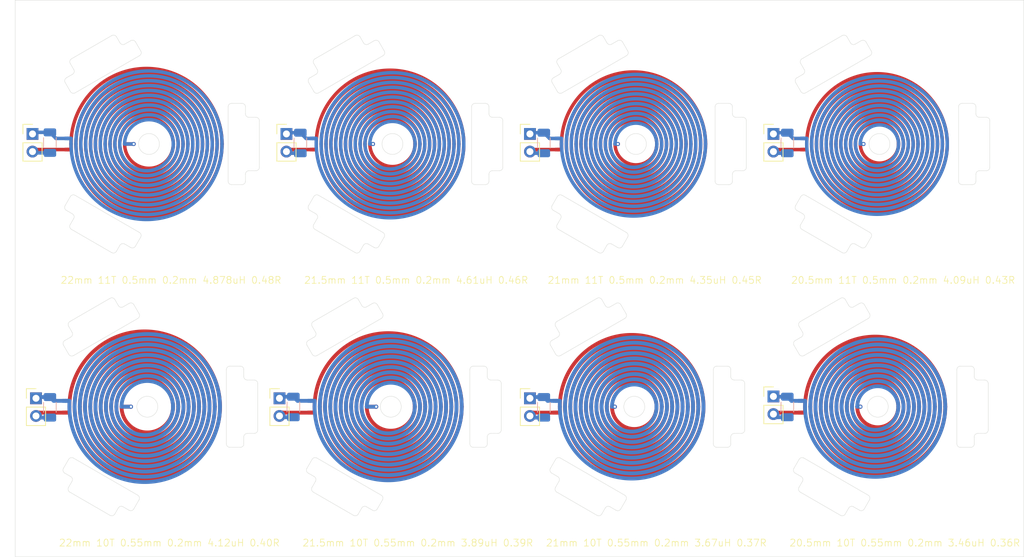
<source format=kicad_pcb>
(kicad_pcb (version 20241229) (generator "pcbnew") (generator_version "9.0")
  (layers (0 "F.Cu" signal) (2 "B.Cu" signal) (13 "F.Paste" user) (15 "B.Paste" user) (5 "F.SilkS" user "F.Silkscreen") (7 "B.SilkS" user "B.Silkscreen") (1 "F.Mask" user) (3 "B.Mask" user) (25 "Edge.Cuts" user))
  (net 0 "")
  (net 1 "Net-(J1-Pin_2)")
  (net 2 "Net-(J1-Pin_1)")
  (net 3 "Net-(J10-Pin_2)")
  (net 4 "Net-(J10-Pin_1)")
  (net 5 "Net-(J11-Pin_2)")
  (net 6 "Net-(J11-Pin_1)")
  (net 7 "Net-(J12-Pin_2)")
  (net 8 "Net-(J12-Pin_1)")
  (net 9 "Net-(J13-Pin_1)")
  (net 10 "Net-(J13-Pin_2)")
  (net 11 "Net-(J14-Pin_2)")
  (net 12 "Net-(J14-Pin_1)")
  (net 13 "Net-(J15-Pin_1)")
  (net 14 "Net-(J15-Pin_2)")
  (net 15 "Net-(J16-Pin_1)")
  (net 16 "Net-(J16-Pin_2)")
  (footprint "Connector_PinHeader_2.54mm:PinHeader_1x02_P2.54mm_Vertical" (layer "F.Cu") (at 58 129.225)
    (property "Reference" "J14" (hide yes))
    (property "Value" "Conn_01x02")
  )
  (footprint "COIL_GENERATOR" (layer "F.Cu") (at 38 168.438674 180)
    (property "Reference" "J1" (hide yes))
    (property "Value" "Conn_01x02_Socket")
  )
  (footprint "COIL_GENERATOR" (layer "F.Cu") (at 108 168.43978 180)
    (property "Reference" "J3" (hide yes))
    (property "Value" "Conn_01x02_Socket")
  )
  (footprint "COIL_GENERATOR" (layer "F.Cu") (at 73 168.438674 180)
    (property "Reference" "J2" (hide yes))
    (property "Value" "Conn_01x02_Socket")
  )
  (footprint "COIL_GENERATOR" (layer "F.Cu") (at 73.239325 130.672483 180)
    (property "Reference" "J6" (hide yes))
    (property "Value" "Conn_01x02_Socket")
  )
  (footprint "COIL_GENERATOR" (layer "F.Cu") (at 38.239325 130.672483 180)
    (property "Reference" "J5" (hide yes))
    (property "Value" "Conn_01x02_Socket")
  )
  (footprint "COIL_GENERATOR" (layer "F.Cu") (at 143 168.43978 180)
    (property "Reference" "J4" (hide yes))
    (property "Value" "Conn_01x02_Socket")
  )
  (footprint "Connector_PinHeader_2.54mm:PinHeader_1x02_P2.54mm_Vertical" (layer "F.Cu") (at 128 166.96)
    (property "Reference" "J12" (hide yes))
    (property "Value" "Conn_01x02")
  )
  (footprint "COIL_GENERATOR" (layer "F.Cu") (at 143.239325 130.673589 180)
    (property "Reference" "J8" (hide yes))
    (property "Value" "Conn_01x02_Socket")
  )
  (footprint "COIL_GENERATOR" (layer "F.Cu") (at 108.239325 130.673589 180)
    (property "Reference" "J7" (hide yes))
    (property "Value" "Conn_01x02_Socket")
  )
  (footprint "Connector_PinHeader_2.54mm:PinHeader_1x02_P2.54mm_Vertical" (layer "F.Cu") (at 93 129.225)
    (property "Reference" "J15" (hide yes))
    (property "Value" "Conn_01x02")
  )
  (footprint "Connector_PinHeader_2.54mm:PinHeader_1x02_P2.54mm_Vertical" (layer "F.Cu") (at 21.5 129.225)
    (property "Reference" "J13" (hide yes))
    (property "Value" "Conn_01x02")
  )
  (footprint "Connector_PinHeader_2.54mm:PinHeader_1x02_P2.54mm_Vertical" (layer "F.Cu") (at 57 167.225)
    (property "Reference" "J10" (hide yes))
    (property "Value" "Conn_01x02")
  )
  (footprint "Connector_PinHeader_2.54mm:PinHeader_1x02_P2.54mm_Vertical" (layer "F.Cu") (at 93 167.225)
    (property "Reference" "J11" (hide yes))
    (property "Value" "Conn_01x02")
  )
  (footprint "Connector_PinHeader_2.54mm:PinHeader_1x02_P2.54mm_Vertical" (layer "F.Cu") (at 22 167.225)
    (property "Reference" "J9" (hide yes))
    (property "Value" "Conn_01x02")
  )
  (footprint "Connector_PinHeader_2.54mm:PinHeader_1x02_P2.54mm_Vertical" (layer "F.Cu") (at 128 129.225)
    (property "Reference" "J16" (hide yes))
    (property "Value" "Conn_01x02")
  )
  (footprint "Capacitor_SMD:C_1206_3216Metric" (layer "B.Cu") (at 130 130.524999 -90)
    (property "Reference" "C8" (hide yes))
    (property "Value" "33nF 50V COG")
  )
  (footprint "Capacitor_SMD:C_1206_3216Metric" (layer "B.Cu") (at 59 168.475001 -90)
    (property "Reference" "C2" (hide yes))
    (property "Value" "33nF 50V COG")
  )
  (footprint "Capacitor_SMD:C_1206_3216Metric" (layer "B.Cu") (at 60 130.524999 -90)
    (property "Reference" "C6" (hide yes))
    (property "Value" "33nF 50V COG")
  )
  (footprint "Capacitor_SMD:C_1206_3216Metric" (layer "B.Cu") (at 24 130.475001 -90)
    (property "Reference" "C5" (hide yes))
    (property "Value" "33nF 50V COG")
  )
  (footprint "Capacitor_SMD:C_1206_3216Metric" (layer "B.Cu") (at 24 168.524999 -90)
    (property "Reference" "C1" (hide yes))
    (property "Value" "33nF 50V COG")
  )
  (footprint "Capacitor_SMD:C_1206_3216Metric" (layer "B.Cu") (at 130 168.475001 -90)
    (property "Reference" "C4" (hide yes))
    (property "Value" "33nF 50V COG")
  )
  (footprint "Capacitor_SMD:C_1206_3216Metric" (layer "B.Cu") (at 95 168.524999 -90)
    (property "Reference" "C3" (hide yes))
    (property "Value" "33nF 50V COG")
  )
  (footprint "Capacitor_SMD:C_1206_3216Metric" (layer "B.Cu") (at 95 130.524999 -90)
    (property "Reference" "C7" (hide yes))
    (property "Value" "33nF 50V COG")
  )
  (gr_line (start 105.373159 183.319563) (end 104.507272 182.819643) (stroke (width 0.05)) (layer "Edge.Cuts"))
  (gr_line (start 84.612063 136.004475) (end 84.612063 125.335983) (stroke (width 0.05)) (layer "Edge.Cuts"))
  (gr_line (start 71.802287 181.843226) (end 71.056252 183.135397) (stroke (width 0.05)) (layer "Edge.Cuts"))
  (gr_line (start 138.337232 153.035697) (end 138.833266 153.894852) (stroke (width 0.05)) (layer "Edge.Cuts"))
  (gr_line (start 26.947499 123.137122) (end 26.197595 121.838251) (stroke (width 0.05)) (layer "Edge.Cuts"))
  (gr_line (start 34.759546 116.317433) (end 35.625521 115.817463) (stroke (width 0.05)) (layer "Edge.Cuts"))
  (gr_arc (start 137.654258 152.852663) (mid 138.033636 152.802739) (end 138.337171 153.035733) (stroke (width 0.05)) (layer "Edge.Cuts"))
  (gr_arc (start 119.8727 174.278487) (mid 119.516778 174.129659) (end 119.372738 173.771772) (stroke (width 0.05)) (layer "Edge.Cuts"))
  (gr_line (start 33.576557 115.2684) (end 34.072591 116.127555) (stroke (width 0.05)) (layer "Edge.Cuts"))
  (gr_arc (start 124.112063 134.012389) (mid 123.963661 134.367861) (end 123.606558 134.512296) (stroke (width 0.05)) (layer "Edge.Cuts"))
  (gr_line (start 104.520221 154.08473) (end 105.386196 153.58476) (stroke (width 0.05)) (layer "Edge.Cuts"))
  (gr_line (start 96.380628 121.156109) (end 97.241179 120.65927) (stroke (width 0.05)) (layer "Edge.Cuts"))
  (gr_line (start 131.994049 178.481882) (end 131.128129 177.981943) (stroke (width 0.05)) (layer "Edge.Cuts"))
  (gr_line (start 121.367233 174.278487) (end 119.8727 174.278487) (stroke (width 0.05)) (layer "Edge.Cuts"))
  (gr_arc (start 61.197596 121.838251) (mid 61.147631 121.458739) (end 61.380657 121.155055) (stroke (width 0.05)) (layer "Edge.Cuts"))
  (gr_line (start 106.308604 116.001551) (end 107.058706 117.300765) (stroke (width 0.05)) (layer "Edge.Cuts"))
  (gr_arc (start 61.690288 156.872332) (mid 61.640326 156.492833) (end 61.873345 156.189161) (stroke (width 0.05)) (layer "Edge.Cuts"))
  (gr_arc (start 122.3727 164.603192) (mid 122.021647 164.459233) (end 121.872738 164.09611) (stroke (width 0.05)) (layer "Edge.Cuts"))
  (gr_line (start 97.112657 118.424053) (end 102.893583 115.086471) (stroke (width 0.05)) (layer "Edge.Cuts"))
  (gr_arc (start 87.3727 164.602086) (mid 87.021647 164.458127) (end 86.872738 164.095004) (stroke (width 0.05)) (layer "Edge.Cuts"))
  (gr_arc (start 62.099448 142.946654) (mid 61.866027 142.641272) (end 61.918268 142.260591) (stroke (width 0.05)) (layer "Edge.Cuts"))
  (gr_line (start 68.576557 115.2684) (end 69.072591 116.127555) (stroke (width 0.05)) (layer "Edge.Cuts"))
  (gr_line (start 104.759546 116.318539) (end 105.625521 115.818569) (stroke (width 0.05)) (layer "Edge.Cuts"))
  (gr_line (start 26.708174 160.903313) (end 25.95827 159.604442) (stroke (width 0.05)) (layer "Edge.Cuts"))
  (gr_arc (start 96.93437 138.233807) (mid 97.240973 138) (end 97.622785 138.053766) (stroke (width 0.05)) (layer "Edge.Cuts"))
  (gr_arc (start 87.112063 136.011283) (mid 86.963661 136.366755) (end 86.606558 136.51119) (stroke (width 0.05)) (layer "Edge.Cuts"))
  (gr_line (start 33.824088 183.001617) (end 33.324211 183.86743) (stroke (width 0.05)) (layer "Edge.Cuts"))
  (gr_line (start 51.872738 163.102086) (end 51.872738 164.095004) (stroke (width 0.05)) (layer "Edge.Cuts"))
  (gr_arc (start 61.367454 140.214646) (mid 61.13451 139.91105) (end 61.184491 139.531662) (stroke (width 0.05)) (layer "Edge.Cuts"))
  (gr_line (start 102.880369 146.285396) (end 97.099448 142.94776) (stroke (width 0.05)) (layer "Edge.Cuts"))
  (gr_line (start 69.759546 116.317433) (end 70.625521 115.817463) (stroke (width 0.05)) (layer "Edge.Cuts"))
  (gr_arc (start 97.190232 157.739369) (mid 97.240973 158.115816) (end 97.001854 158.425461) (stroke (width 0.05)) (layer "Edge.Cuts"))
  (gr_arc (start 122.112063 135.012389) (mid 122.258528 134.658792) (end 122.612125 134.512328) (stroke (width 0.05)) (layer "Edge.Cuts"))
  (gr_line (start 131.184434 139.532735) (end 131.93437 138.233807) (stroke (width 0.05)) (layer "Edge.Cuts"))
  (gr_arc (start 51.612025 124.835895) (mid 51.965574 124.982342) (end 52.112011 125.335895) (stroke (width 0.05)) (layer "Edge.Cuts"))
  (gr_arc (start 68.563536 146.101239) (mid 68.259863 146.334255) (end 67.880367 146.284293) (stroke (width 0.05)) (layer "Edge.Cuts"))
  (gr_line (start 32.880369 146.28429) (end 27.099448 142.946654) (stroke (width 0.05)) (layer "Edge.Cuts"))
  (gr_line (start 62.429557 119.972072) (end 61.929612 119.106141) (stroke (width 0.05)) (layer "Edge.Cuts"))
  (gr_arc (start 137.893583 115.086472) (mid 138.272961 115.036548) (end 138.576496 115.269542) (stroke (width 0.05)) (layer "Edge.Cuts"))
  (gr_line (start 25.945109 177.29782) (end 26.695045 175.998892) (stroke (width 0.05)) (layer "Edge.Cuts"))
  (gr_arc (start 140.386196 153.58476) (mid 140.765612 153.534809) (end 141.069218 153.767777) (stroke (width 0.05)) (layer "Edge.Cuts"))
  (gr_line (start 104.063413 145.236532) (end 103.563536 146.102345) (stroke (width 0.05)) (layer "Edge.Cuts"))
  (gr_arc (start 97.233374 140.715691) (mid 97.466383 141.019354) (end 97.416421 141.398839) (stroke (width 0.05)) (layer "Edge.Cuts"))
  (gr_arc (start 37.058705 117.299659) (mid 37.107616 117.68272) (end 36.869012 117.986284) (stroke (width 0.05)) (layer "Edge.Cuts"))
  (gr_arc (start 122.112063 136.012389) (mid 121.963661 136.367861) (end 121.606558 136.512296) (stroke (width 0.05)) (layer "Edge.Cuts"))
  (gr_line (start 124.112063 127.337001) (end 124.112063 134.012389) (stroke (width 0.05)) (layer "Edge.Cuts"))
  (gr_line (start 71.869012 117.986284) (end 62.630452 123.320169) (stroke (width 0.05)) (layer "Edge.Cuts"))
  (gr_arc (start 139.759546 116.318538) (mid 139.383911 116.369497) (end 139.072591 116.128661) (stroke (width 0.05)) (layer "Edge.Cuts"))
  (gr_arc (start 141.295577 145.370312) (mid 140.991946 145.603296) (end 140.612502 145.55334) (stroke (width 0.05)) (layer "Edge.Cuts"))
  (gr_line (start 139.759546 116.318539) (end 140.625521 115.818569) (stroke (width 0.05)) (layer "Edge.Cuts"))
  (gr_arc (start 27.391127 161.086359) (mid 27.011758 161.136277) (end 26.708241 160.903273) (stroke (width 0.05)) (layer "Edge.Cuts"))
  (gr_line (start 122.3727 164.603192) (end 123.3727 164.603192) (stroke (width 0.05)) (layer "Edge.Cuts"))
  (gr_line (start 139.063413 145.236532) (end 138.563536 146.102345) (stroke (width 0.05)) (layer "Edge.Cuts"))
  (gr_arc (start 71.862544 143.387237) (mid 72.096521 143.69464) (end 72.041612 144.077035) (stroke (width 0.05)) (layer "Edge.Cuts"))
  (gr_arc (start 131.93437 138.233807) (mid 132.240973 138) (end 132.622785 138.053766) (stroke (width 0.05)) (layer "Edge.Cuts"))
  (gr_arc (start 50.112025 136.51119) (mid 49.756103 136.362362) (end 49.612063 136.004475) (stroke (width 0.05)) (layer "Edge.Cuts"))
  (gr_line (start 138.576557 115.269506) (end 139.072591 116.128661) (stroke (width 0.05)) (layer "Edge.Cuts"))
  (gr_arc (start 84.372738 163.102174) (mid 84.522266 162.745498) (end 84.881445 162.602086) (stroke (width 0.05)) (layer "Edge.Cuts"))
  (gr_arc (start 35.625521 115.817463) (mid 36.004937 115.767512) (end 36.308543 116.00048) (stroke (width 0.05)) (layer "Edge.Cuts"))
  (gr_line (start 87.612025 126.835895) (end 88.612025 126.835895) (stroke (width 0.05)) (layer "Edge.Cuts"))
  (gr_line (start 36.069279 153.766636) (end 36.819381 155.06585) (stroke (width 0.05)) (layer "Edge.Cuts"))
  (gr_line (start 156.872738 163.103192) (end 156.872738 164.09611) (stroke (width 0.05)) (layer "Edge.Cuts"))
  (gr_line (start 36.869012 117.986284) (end 27.630452 123.320169) (stroke (width 0.05)) (layer "Edge.Cuts"))
  (gr_arc (start 106.056252 183.136503) (mid 105.752621 183.369487) (end 105.373177 183.319531) (stroke (width 0.05)) (layer "Edge.Cuts"))
  (gr_arc (start 96.690288 156.873438) (mid 96.640326 156.493939) (end 96.873345 156.190267) (stroke (width 0.05)) (layer "Edge.Cuts"))
  (gr_line (start 131.708174 160.904419) (end 130.95827 159.605548) (stroke (width 0.05)) (layer "Edge.Cuts"))
  (gr_line (start 156.872738 172.77858) (end 156.872738 173.77858) (stroke (width 0.05)) (layer "Edge.Cuts"))
  (gr_line (start 26.918268 142.260591) (end 27.416435 141.39774) (stroke (width 0.05)) (layer "Edge.Cuts"))
  (gr_arc (start 89.112063 134.011283) (mid 88.963661 134.366755) (end 88.606558 134.51119) (stroke (width 0.05)) (layer "Edge.Cuts"))
  (gr_line (start 130.945109 177.298926) (end 131.695045 175.999998) (stroke (width 0.05)) (layer "Edge.Cuts"))
  (gr_arc (start 27.233374 140.714585) (mid 27.466383 141.018248) (end 27.416421 141.397733) (stroke (width 0.05)) (layer "Edge.Cuts"))
  (gr_arc (start 61.994049 178.480776) (mid 62.227058 178.784439) (end 62.177096 179.163924) (stroke (width 0.05)) (layer "Edge.Cuts"))
  (gr_arc (start 131.690288 156.873438) (mid 131.640326 156.493939) (end 131.873345 156.190267) (stroke (width 0.05)) (layer "Edge.Cuts"))
  (gr_line (start 154.881445 162.603192) (end 156.3727 162.603192) (stroke (width 0.05)) (layer "Edge.Cuts"))
  (gr_arc (start 49.612063 125.335983) (mid 49.761591 124.979307) (end 50.12077 124.835895) (stroke (width 0.05)) (layer "Edge.Cuts"))
  (gr_arc (start 88.872738 171.777474) (mid 88.724336 172.132946) (end 88.367233 172.277381) (stroke (width 0.05)) (layer "Edge.Cuts"))
  (gr_arc (start 86.3727 162.602086) (mid 86.726249 162.748533) (end 86.872686 163.102086) (stroke (width 0.05)) (layer "Edge.Cuts"))
  (gr_line (start 154.612063 136.005581) (end 154.612063 125.337089) (stroke (width 0.05)) (layer "Edge.Cuts"))
  (gr_line (start 96.873332 156.190244) (end 102.654258 152.852662) (stroke (width 0.05)) (layer "Edge.Cuts"))
  (gr_arc (start 53.3727 164.602086) (mid 53.726249 164.748533) (end 53.872686 165.102086) (stroke (width 0.05)) (layer "Edge.Cuts"))
  (gr_line (start 158.606558 134.512296) (end 157.612125 134.512296) (stroke (width 0.05)) (layer "Edge.Cuts"))
  (gr_arc (start 96.128129 177.981943) (mid 95.895185 177.678347) (end 95.945166 177.298959) (stroke (width 0.05)) (layer "Edge.Cuts"))
  (gr_arc (start 130.958271 159.605548) (mid 130.908306 159.226036) (end 131.141332 158.922352) (stroke (width 0.05)) (layer "Edge.Cuts"))
  (gr_arc (start 106.623219 181.154534) (mid 106.857196 181.461937) (end 106.802287 181.844332) (stroke (width 0.05)) (layer "Edge.Cuts"))
  (gr_arc (start 120.112025 136.512296) (mid 119.756103 136.363468) (end 119.612063 136.005581) (stroke (width 0.05)) (layer "Edge.Cuts"))
  (gr_line (start 68.337232 153.034591) (end 68.833266 153.893746) (stroke (width 0.05)) (layer "Edge.Cuts"))
  (gr_arc (start 54.112063 134.011283) (mid 53.963661 134.366755) (end 53.606558 134.51119) (stroke (width 0.05)) (layer "Edge.Cuts"))
  (gr_arc (start 71.056252 183.135397) (mid 70.752621 183.368381) (end 70.373177 183.318425) (stroke (width 0.05)) (layer "Edge.Cuts"))
  (gr_line (start 61.141303 158.921194) (end 62.001854 158.424355) (stroke (width 0.05)) (layer "Edge.Cuts"))
  (gr_arc (start 34.520221 154.083623) (mid 34.144586 154.134582) (end 33.833266 153.893746) (stroke (width 0.05)) (layer "Edge.Cuts"))
  (gr_arc (start 87.112063 135.011283) (mid 87.258528 134.657686) (end 87.612125 134.511222) (stroke (width 0.05)) (layer "Edge.Cuts"))
  (gr_line (start 61.947499 123.137122) (end 61.197595 121.838251) (stroke (width 0.05)) (layer "Edge.Cuts"))
  (gr_line (start 26.873332 156.189138) (end 32.654258 152.851556) (stroke (width 0.05)) (layer "Edge.Cuts"))
  (gr_arc (start 51.3727 162.602086) (mid 51.726249 162.748533) (end 51.872686 163.102086) (stroke (width 0.05)) (layer "Edge.Cuts"))
  (gr_line (start 97.622785 138.053766) (end 106.862544 143.388343) (stroke (width 0.05)) (layer "Edge.Cuts"))
  (gr_line (start 62.190232 157.738263) (end 61.690287 156.872332) (stroke (width 0.05)) (layer "Edge.Cuts"))
  (gr_arc (start 141.056252 183.136503) (mid 140.752621 183.369487) (end 140.373177 183.319531) (stroke (width 0.05)) (layer "Edge.Cuts"))
  (gr_line (start 140.612484 145.553372) (end 139.746597 145.053452) (stroke (width 0.05)) (layer "Edge.Cuts"))
  (gr_arc (start 62.630452 123.320168) (mid 62.251083 123.370086) (end 61.947566 123.137082) (stroke (width 0.05)) (layer "Edge.Cuts"))
  (gr_arc (start 103.824088 183.002723) (mid 104.127761 182.769707) (end 104.507256 182.81967) (stroke (width 0.05)) (layer "Edge.Cuts"))
  (gr_arc (start 25.958271 159.604442) (mid 25.908306 159.22493) (end 26.141332 158.921246) (stroke (width 0.05)) (layer "Edge.Cuts"))
  (gr_line (start 131.141303 158.9223) (end 132.001854 158.425461) (stroke (width 0.05)) (layer "Edge.Cuts"))
  (gr_line (start 96.678943 180.027888) (end 97.17711 179.165037) (stroke (width 0.05)) (layer "Edge.Cuts"))
  (gr_line (start 122.612025 126.837001) (end 123.612025 126.837001) (stroke (width 0.05)) (layer "Edge.Cuts"))
  (gr_line (start 71.069279 153.766636) (end 71.819381 155.06585) (stroke (width 0.05)) (layer "Edge.Cuts"))
  (gr_arc (start 138.824088 183.002723) (mid 139.127761 182.769707) (end 139.507256 182.81967) (stroke (width 0.05)) (layer "Edge.Cuts"))
  (gr_line (start 131.873332 156.190244) (end 137.654258 152.852662) (stroke (width 0.05)) (layer "Edge.Cuts"))
  (gr_line (start 51.367233 174.277381) (end 49.8727 174.277381) (stroke (width 0.05)) (layer "Edge.Cuts"))
  (gr_arc (start 97.099448 142.94776) (mid 96.866027 142.642378) (end 96.918268 142.261697) (stroke (width 0.05)) (layer "Edge.Cuts"))
  (gr_line (start 27.190232 157.738263) (end 26.690287 156.872332) (stroke (width 0.05)) (layer "Edge.Cuts"))
  (gr_line (start 62.233374 140.714585) (end 61.367454 140.214646) (stroke (width 0.05)) (layer "Edge.Cuts"))
  (gr_arc (start 61.695045 175.998892) (mid 62.001648 175.765085) (end 62.38346 175.818851) (stroke (width 0.05)) (layer "Edge.Cuts"))
  (gr_line (start 54.112063 127.335895) (end 54.112063 134.011283) (stroke (width 0.05)) (layer "Edge.Cuts"))
  (gr_line (start 105.612484 145.553372) (end 104.746597 145.053452) (stroke (width 0.05)) (layer "Edge.Cuts"))
  (gr_arc (start 72.058705 117.299659) (mid 72.107616 117.68272) (end 71.869012 117.986284) (stroke (width 0.05)) (layer "Edge.Cuts"))
  (gr_circle (center 38.239325 130.672483) (end 36.739325 130.672483) (stroke (width 0.05)) (fill no) (layer "Edge.Cuts"))
  (gr_arc (start 141.81938 155.066956) (mid 141.868291 155.450017) (end 141.629687 155.753581) (stroke (width 0.05)) (layer "Edge.Cuts"))
  (gr_arc (start 61.860123 180.712845) (mid 61.626702 180.407463) (end 61.678943 180.026782) (stroke (width 0.05)) (layer "Edge.Cuts"))
  (gr_arc (start 131.994049 178.481882) (mid 132.227058 178.785545) (end 132.177096 179.16503) (stroke (width 0.05)) (layer "Edge.Cuts"))
  (gr_arc (start 49.372738 163.102174) (mid 49.522266 162.745498) (end 49.881445 162.602086) (stroke (width 0.05)) (layer "Edge.Cuts"))
  (gr_arc (start 122.612025 126.837001) (mid 122.260972 126.693042) (end 122.112063 126.329919) (stroke (width 0.05)) (layer "Edge.Cuts"))
  (gr_circle (center 108.239325 130.673589) (end 106.739325 130.673589) (stroke (width 0.05)) (fill no) (layer "Edge.Cuts"))
  (gr_arc (start 158.612025 126.837001) (mid 158.965574 126.983448) (end 159.112011 127.337001) (stroke (width 0.05)) (layer "Edge.Cuts"))
  (gr_line (start 132.112657 118.424053) (end 137.893583 115.086471) (stroke (width 0.05)) (layer "Edge.Cuts"))
  (gr_arc (start 71.295577 145.369206) (mid 70.991946 145.60219) (end 70.612502 145.552234) (stroke (width 0.05)) (layer "Edge.Cuts"))
  (gr_line (start 97.190232 157.739369) (end 96.690287 156.873438) (stroke (width 0.05)) (layer "Edge.Cuts"))
  (gr_line (start 35.612484 145.552266) (end 34.746597 145.052346) (stroke (width 0.05)) (layer "Edge.Cuts"))
  (gr_arc (start 158.3727 164.603192) (mid 158.726249 164.749639) (end 158.872686 165.103192) (stroke (width 0.05)) (layer "Edge.Cuts"))
  (gr_arc (start 51.872738 173.777474) (mid 51.724336 174.132946) (end 51.367233 174.277381) (stroke (width 0.05)) (layer "Edge.Cuts"))
  (gr_circle (center 143.239325 130.673589) (end 141.739325 130.673589) (stroke (width 0.05)) (fill no) (layer "Edge.Cuts"))
  (gr_line (start 36.308604 116.000445) (end 37.058706 117.299659) (stroke (width 0.05)) (layer "Edge.Cuts"))
  (gr_line (start 123.872738 165.103192) (end 123.872738 171.77858) (stroke (width 0.05)) (layer "Edge.Cuts"))
  (gr_line (start 50.12077 124.835895) (end 51.612025 124.835895) (stroke (width 0.05)) (layer "Edge.Cuts"))
  (gr_arc (start 121.3727 162.603192) (mid 121.726249 162.749639) (end 121.872686 163.103192) (stroke (width 0.05)) (layer "Edge.Cuts"))
  (gr_line (start 61.380628 121.155003) (end 62.241179 120.658164) (stroke (width 0.05)) (layer "Edge.Cuts"))
  (gr_arc (start 97.630452 123.321274) (mid 97.251083 123.371192) (end 96.947566 123.138188) (stroke (width 0.05)) (layer "Edge.Cuts"))
  (gr_line (start 159.112063 127.337001) (end 159.112063 134.012389) (stroke (width 0.05)) (layer "Edge.Cuts"))
  (gr_line (start 131.947499 123.138228) (end 131.197595 121.839357) (stroke (width 0.05)) (layer "Edge.Cuts"))
  (gr_line (start 53.606558 134.51119) (end 52.612125 134.51119) (stroke (width 0.05)) (layer "Edge.Cuts"))
  (gr_arc (start 68.824088 183.001617) (mid 69.127761 182.768601) (end 69.507256 182.818564) (stroke (width 0.05)) (layer "Edge.Cuts"))
  (gr_arc (start 97.391127 161.087465) (mid 97.011758 161.137383) (end 96.708241 160.904379) (stroke (width 0.05)) (layer "Edge.Cuts"))
  (gr_arc (start 131.197596 121.839357) (mid 131.147631 121.459845) (end 131.380657 121.156161) (stroke (width 0.05)) (layer "Edge.Cuts"))
  (gr_arc (start 62.190232 157.738263) (mid 62.240973 158.11471) (end 62.001854 158.424355) (stroke (width 0.05)) (layer "Edge.Cuts"))
  (gr_arc (start 26.690288 156.872332) (mid 26.640326 156.492833) (end 26.873345 156.189161) (stroke (width 0.05)) (layer "Edge.Cuts"))
  (gr_arc (start 86.872738 172.777474) (mid 87.019203 172.423877) (end 87.3728 172.277413) (stroke (width 0.05)) (layer "Edge.Cuts"))
  (gr_line (start 26.994049 178.480776) (end 26.128129 177.980837) (stroke (width 0.05)) (layer "Edge.Cuts"))
  (gr_arc (start 84.612063 125.335983) (mid 84.761591 124.979307) (end 85.12077 124.835895) (stroke (width 0.05)) (layer "Edge.Cuts"))
  (gr_line (start 132.429557 119.973178) (end 131.929612 119.107247) (stroke (width 0.05)) (layer "Edge.Cuts"))
  (gr_line (start 138.824088 183.002723) (end 138.324211 183.868536) (stroke (width 0.05)) (layer "Edge.Cuts"))
  (gr_arc (start 27.190232 157.738263) (mid 27.240973 158.11471) (end 27.001854 158.424355) (stroke (width 0.05)) (layer "Edge.Cuts"))
  (gr_line (start 26.184434 139.531629) (end 26.93437 138.232701) (stroke (width 0.05)) (layer "Edge.Cuts"))
  (gr_arc (start 106.862544 143.388343) (mid 107.096521 143.695746) (end 107.041612 144.078141) (stroke (width 0.05)) (layer "Edge.Cuts"))
  (gr_line (start 52.612025 126.835895) (end 53.612025 126.835895) (stroke (width 0.05)) (layer "Edge.Cuts"))
  (gr_arc (start 119.612063 125.337089) (mid 119.761591 124.980413) (end 120.12077 124.837001) (stroke (width 0.05)) (layer "Edge.Cuts"))
  (gr_line (start 96.141303 158.9223) (end 97.001854 158.425461) (stroke (width 0.05)) (layer "Edge.Cuts"))
  (gr_line (start 85.12077 124.835895) (end 86.612025 124.835895) (stroke (width 0.05)) (layer "Edge.Cuts"))
  (gr_arc (start 26.929613 119.106141) (mid 26.879651 118.726642) (end 27.11267 118.42297) (stroke (width 0.05)) (layer "Edge.Cuts"))
  (gr_line (start 62.622785 138.05266) (end 71.862544 143.387237) (stroke (width 0.05)) (layer "Edge.Cuts"))
  (gr_line (start 27.38346 175.818851) (end 36.623219 181.153428) (stroke (width 0.05)) (layer "Edge.Cuts"))
  (gr_arc (start 157.3727 164.603192) (mid 157.021647 164.459233) (end 156.872738 164.09611) (stroke (width 0.05)) (layer "Edge.Cuts"))
  (gr_arc (start 132.099448 142.94776) (mid 131.866027 142.642378) (end 131.918268 142.261697) (stroke (width 0.05)) (layer "Edge.Cuts"))
  (gr_arc (start 96.860123 180.713951) (mid 96.626702 180.408569) (end 96.678943 180.027888) (stroke (width 0.05)) (layer "Edge.Cuts"))
  (gr_arc (start 36.295577 145.369206) (mid 35.991946 145.60219) (end 35.612502 145.552234) (stroke (width 0.05)) (layer "Edge.Cuts"))
  (gr_line (start 97.429557 119.973178) (end 96.929612 119.107247) (stroke (width 0.05)) (layer "Edge.Cuts"))
  (gr_line (start 122.112063 135.012389) (end 122.112063 136.012389) (stroke (width 0.05)) (layer "Edge.Cuts"))
  (gr_line (start 36.802287 181.843226) (end 36.056252 183.135397) (stroke (width 0.05)) (layer "Edge.Cuts"))
  (gr_line (start 26.141303 158.921194) (end 27.001854 158.424355) (stroke (width 0.05)) (layer "Edge.Cuts"))
  (gr_line (start 132.38346 175.819957) (end 141.623219 181.154534) (stroke (width 0.05)) (layer "Edge.Cuts"))
  (gr_arc (start 103.324211 183.868536) (mid 103.020538 184.101552) (end 102.641042 184.05159) (stroke (width 0.05)) (layer "Edge.Cuts"))
  (gr_line (start 119.612063 136.005581) (end 119.612063 125.337089) (stroke (width 0.05)) (layer "Edge.Cuts"))
  (gr_arc (start 96.197596 121.839357) (mid 96.147631 121.459845) (end 96.380657 121.156161) (stroke (width 0.05)) (layer "Edge.Cuts"))
  (gr_arc (start 140.625521 115.818569) (mid 141.004937 115.768618) (end 141.308543 116.001586) (stroke (width 0.05)) (layer "Edge.Cuts"))
  (gr_arc (start 96.929613 119.107247) (mid 96.879651 118.727748) (end 97.11267 118.424076) (stroke (width 0.05)) (layer "Edge.Cuts"))
  (gr_line (start 36.629687 155.752475) (end 27.391127 161.08636) (stroke (width 0.05)) (layer "Edge.Cuts"))
  (gr_line (start 141.629687 155.753581) (end 132.391127 161.087466) (stroke (width 0.05)) (layer "Edge.Cuts"))
  (gr_line (start 84.881445 162.602086) (end 86.3727 162.602086) (stroke (width 0.05)) (layer "Edge.Cuts"))
  (gr_arc (start 84.8727 174.277381) (mid 84.516778 174.128553) (end 84.372738 173.770666) (stroke (width 0.05)) (layer "Edge.Cuts"))
  (gr_arc (start 32.654258 152.851557) (mid 33.033636 152.801633) (end 33.337171 153.034627) (stroke (width 0.05)) (layer "Edge.Cuts"))
  (gr_arc (start 156.612025 124.837001) (mid 156.965574 124.983448) (end 157.112011 125.337001) (stroke (width 0.05)) (layer "Edge.Cuts"))
  (gr_line (start 157.3727 164.603192) (end 158.3727 164.603192) (stroke (width 0.05)) (layer "Edge.Cuts"))
  (gr_arc (start 33.324211 183.86743) (mid 33.020538 184.100446) (end 32.641042 184.050484) (stroke (width 0.05)) (layer "Edge.Cuts"))
  (gr_arc (start 131.860123 180.713951) (mid 131.626702 180.408569) (end 131.678943 180.027888) (stroke (width 0.05)) (layer "Edge.Cuts"))
  (gr_arc (start 88.3727 164.602086) (mid 88.726249 164.748533) (end 88.872686 165.102086) (stroke (width 0.05)) (layer "Edge.Cuts"))
  (gr_line (start 139.520221 154.08473) (end 140.386196 153.58476) (stroke (width 0.05)) (layer "Edge.Cuts"))
  (gr_arc (start 119.372738 163.10328) (mid 119.522266 162.746604) (end 119.881445 162.603192) (stroke (width 0.05)) (layer "Edge.Cuts"))
  (gr_line (start 89.112063 127.335895) (end 89.112063 134.011283) (stroke (width 0.05)) (layer "Edge.Cuts"))
  (gr_arc (start 102.654258 152.852663) (mid 103.033636 152.802739) (end 103.337171 153.035733) (stroke (width 0.05)) (layer "Edge.Cuts"))
  (gr_line (start 103.576557 115.269506) (end 104.072591 116.128661) (stroke (width 0.05)) (layer "Edge.Cuts"))
  (gr_arc (start 97.429557 119.973178) (mid 97.480298 120.349625) (end 97.241179 120.65927) (stroke (width 0.05)) (layer "Edge.Cuts"))
  (gr_arc (start 86.872738 173.777474) (mid 86.724336 174.132946) (end 86.367233 174.277381) (stroke (width 0.05)) (layer "Edge.Cuts"))
  (gr_arc (start 27.429557 119.972072) (mid 27.480298 120.348519) (end 27.241179 120.658164) (stroke (width 0.05)) (layer "Edge.Cuts"))
  (gr_arc (start 132.429557 119.973178) (mid 132.480298 120.349625) (end 132.241179 120.65927) (stroke (width 0.05)) (layer "Edge.Cuts"))
  (gr_arc (start 107.058705 117.300765) (mid 107.107616 117.683826) (end 106.869012 117.98739) (stroke (width 0.05)) (layer "Edge.Cuts"))
  (gr_line (start 51.872738 172.777474) (end 51.872738 173.777474) (stroke (width 0.05)) (layer "Edge.Cuts"))
  (gr_arc (start 155.112025 136.512296) (mid 154.756103 136.363468) (end 154.612063 136.005581) (stroke (width 0.05)) (layer "Edge.Cuts"))
  (gr_arc (start 141.862544 143.388343) (mid 142.096521 143.695746) (end 142.041612 144.078141) (stroke (width 0.05)) (layer "Edge.Cuts"))
  (gr_arc (start 105.625521 115.818569) (mid 106.004937 115.768618) (end 106.308543 116.001586) (stroke (width 0.05)) (layer "Edge.Cuts"))
  (gr_line (start 121.872738 163.103192) (end 121.872738 164.09611) (stroke (width 0.05)) (layer "Edge.Cuts"))
  (gr_line (start 96.184434 139.532735) (end 96.93437 138.233807) (stroke (width 0.05)) (layer "Edge.Cuts"))
  (gr_arc (start 96.994049 178.481882) (mid 97.227058 178.785545) (end 97.177096 179.16503) (stroke (width 0.05)) (layer "Edge.Cuts"))
  (gr_arc (start 158.872738 171.77858) (mid 158.724336 172.134052) (end 158.367233 172.278487) (stroke (width 0.05)) (layer "Edge.Cuts"))
  (gr_line (start 34.520221 154.083624) (end 35.386196 153.583654) (stroke (width 0.05)) (layer "Edge.Cuts"))
  (gr_line (start 140.373159 183.319563) (end 139.507272 182.819643) (stroke (width 0.05)) (layer "Edge.Cuts"))
  (gr_arc (start 27.630452 123.320168) (mid 27.251083 123.370086) (end 26.947566 123.137082) (stroke (width 0.05)) (layer "Edge.Cuts"))
  (gr_arc (start 141.623219 181.154534) (mid 141.857196 181.461937) (end 141.802287 181.844332) (stroke (width 0.05)) (layer "Edge.Cuts"))
  (gr_arc (start 52.3727 164.602086) (mid 52.021647 164.458127) (end 51.872738 164.095004) (stroke (width 0.05)) (layer "Edge.Cuts"))
  (gr_line (start 157.112063 125.337001) (end 157.112063 126.329919) (stroke (width 0.05)) (layer "Edge.Cuts"))
  (gr_line (start 103.824088 183.002723) (end 103.324211 183.868536) (stroke (width 0.05)) (layer "Edge.Cuts"))
  (gr_arc (start 123.612025 126.837001) (mid 123.965574 126.983448) (end 124.112011 127.337001) (stroke (width 0.05)) (layer "Edge.Cuts"))
  (gr_line (start 71.629687 155.752475) (end 62.391127 161.08636) (stroke (width 0.05)) (layer "Edge.Cuts"))
  (gr_line (start 69.063413 145.235426) (end 68.563536 146.101239) (stroke (width 0.05)) (layer "Edge.Cuts"))
  (gr_arc (start 104.520221 154.084729) (mid 104.144586 154.135688) (end 103.833266 153.894852) (stroke (width 0.05)) (layer "Edge.Cuts"))
  (gr_arc (start 61.93437 138.232701) (mid 62.240973 137.998894) (end 62.622785 138.05266) (stroke (width 0.05)) (layer "Edge.Cuts"))
  (gr_line (start 49.612063 136.004475) (end 49.612063 125.335983) (stroke (width 0.05)) (layer "Edge.Cuts"))
  (gr_line (start 155.12077 124.837001) (end 156.612025 124.837001) (stroke (width 0.05)) (layer "Edge.Cuts"))
  (gr_line (start 27.622785 138.05266) (end 36.862544 143.387237) (stroke (width 0.05)) (layer "Edge.Cuts"))
  (gr_line (start 107.041612 144.078141) (end 106.295577 145.370312) (stroke (width 0.05)) (layer "Edge.Cuts"))
  (gr_arc (start 156.872738 173.77858) (mid 156.724336 174.134052) (end 156.367233 174.278487) (stroke (width 0.05)) (layer "Edge.Cuts"))
  (gr_line (start 49.881445 162.602086) (end 51.3727 162.602086) (stroke (width 0.05)) (layer "Edge.Cuts"))
  (gr_line (start 154.372738 173.771772) (end 154.372738 163.10328) (stroke (width 0.05)) (layer "Edge.Cuts"))
  (gr_arc (start 85.112025 136.51119) (mid 84.756103 136.362362) (end 84.612063 136.004475) (stroke (width 0.05)) (layer "Edge.Cuts"))
  (gr_line (start 132.190232 157.739369) (end 131.690287 156.873438) (stroke (width 0.05)) (layer "Edge.Cuts"))
  (gr_arc (start 154.612063 125.337089) (mid 154.761591 124.980413) (end 155.12077 124.837001) (stroke (width 0.05)) (layer "Edge.Cuts"))
  (gr_line (start 87.112063 125.335895) (end 87.112063 126.328813) (stroke (width 0.05)) (layer "Edge.Cuts"))
  (gr_arc (start 104.063413 145.236532) (mid 104.367086 145.003516) (end 104.746581 145.053479) (stroke (width 0.05)) (layer "Edge.Cuts"))
  (gr_line (start 52.3727 164.602086) (end 53.3727 164.602086) (stroke (width 0.05)) (layer "Edge.Cuts"))
  (gr_line (start 32.641044 184.050481) (end 26.860123 180.712845) (stroke (width 0.05)) (layer "Edge.Cuts"))
  (gr_line (start 61.708174 160.903313) (end 60.95827 159.604442) (stroke (width 0.05)) (layer "Edge.Cuts"))
  (gr_arc (start 154.372738 163.10328) (mid 154.522266 162.746604) (end 154.881445 162.603192) (stroke (width 0.05)) (layer "Edge.Cuts"))
  (gr_arc (start 95.958271 159.605548) (mid 95.908306 159.226036) (end 96.141332 158.922352) (stroke (width 0.05)) (layer "Edge.Cuts"))
  (gr_line (start 96.708174 160.904419) (end 95.95827 159.605548) (stroke (width 0.05)) (layer "Edge.Cuts"))
  (gr_arc (start 132.190232 157.739369) (mid 132.240973 158.115816) (end 132.001854 158.425461) (stroke (width 0.05)) (layer "Edge.Cuts"))
  (gr_circle (center 38 168.438674) (end 36.5 168.438674) (stroke (width 0.05)) (fill no) (layer "Edge.Cuts"))
  (gr_arc (start 131.695045 175.999998) (mid 132.001648 175.766191) (end 132.38346 175.819957) (stroke (width 0.05)) (layer "Edge.Cuts"))
  (gr_arc (start 36.056252 183.135397) (mid 35.752621 183.368381) (end 35.373177 183.318425) (stroke (width 0.05)) (layer "Edge.Cuts"))
  (gr_line (start 86.872738 163.102086) (end 86.872738 164.095004) (stroke (width 0.05)) (layer "Edge.Cuts"))
  (gr_arc (start 121.612025 124.837001) (mid 121.965574 124.983448) (end 122.112011 125.337001) (stroke (width 0.05)) (layer "Edge.Cuts"))
  (gr_line (start 131.678943 180.027888) (end 132.17711 179.165037) (stroke (width 0.05)) (layer "Edge.Cuts"))
  (gr_line (start 96.994049 178.481882) (end 96.128129 177.981943) (stroke (width 0.05)) (layer "Edge.Cuts"))
  (gr_line (start 87.3727 164.602086) (end 88.3727 164.602086) (stroke (width 0.05)) (layer "Edge.Cuts"))
  (gr_arc (start 123.3727 164.603192) (mid 123.726249 164.749639) (end 123.872686 165.103192) (stroke (width 0.05)) (layer "Edge.Cuts"))
  (gr_arc (start 88.612025 126.835895) (mid 88.965574 126.982342) (end 89.112011 127.335895) (stroke (width 0.05)) (layer "Edge.Cuts"))
  (gr_circle (center 73 168.438674) (end 71.5 168.438674) (stroke (width 0.05)) (fill no) (layer "Edge.Cuts"))
  (gr_line (start 106.869012 117.98739) (end 97.630452 123.321275) (stroke (width 0.05)) (layer "Edge.Cuts"))
  (gr_arc (start 70.386196 153.583654) (mid 70.765612 153.533703) (end 71.069218 153.766671) (stroke (width 0.05)) (layer "Edge.Cuts"))
  (gr_arc (start 26.93437 138.232701) (mid 27.240973 137.998894) (end 27.622785 138.05266) (stroke (width 0.05)) (layer "Edge.Cuts"))
  (gr_arc (start 121.872738 173.77858) (mid 121.724336 174.134052) (end 121.367233 174.278487) (stroke (width 0.05)) (layer "Edge.Cuts"))
  (gr_line (start 86.367233 174.277381) (end 84.8727 174.277381) (stroke (width 0.05)) (layer "Edge.Cuts"))
  (gr_line (start 96.947499 123.138228) (end 96.197595 121.839357) (stroke (width 0.05)) (layer "Edge.Cuts"))
  (gr_arc (start 26.860123 180.712845) (mid 26.626702 180.407463) (end 26.678943 180.026782) (stroke (width 0.05)) (layer "Edge.Cuts"))
  (gr_arc (start 106.81938 155.066956) (mid 106.868291 155.450017) (end 106.629687 155.753581) (stroke (width 0.05)) (layer "Edge.Cuts"))
  (gr_arc (start 62.233374 140.714585) (mid 62.466383 141.018248) (end 62.416421 141.397733) (stroke (width 0.05)) (layer "Edge.Cuts"))
  (gr_line (start 70.612484 145.552266) (end 69.746597 145.052346) (stroke (width 0.05)) (layer "Edge.Cuts"))
  (gr_line (start 27.429557 119.972072) (end 26.929612 119.106141) (stroke (width 0.05)) (layer "Edge.Cuts"))
  (gr_arc (start 87.612025 126.835895) (mid 87.260972 126.691936) (end 87.112063 126.328813) (stroke (width 0.05)) (layer "Edge.Cuts"))
  (gr_arc (start 131.929613 119.107247) (mid 131.879651 118.727748) (end 132.11267 118.424076) (stroke (width 0.05)) (layer "Edge.Cuts"))
  (gr_line (start 34.063413 145.235426) (end 33.563536 146.101239) (stroke (width 0.05)) (layer "Edge.Cuts"))
  (gr_arc (start 61.128129 177.980837) (mid 60.895185 177.677241) (end 60.945166 177.297853) (stroke (width 0.05)) (layer "Edge.Cuts"))
  (gr_line (start 53.872738 165.102086) (end 53.872738 171.777474) (stroke (width 0.05)) (layer "Edge.Cuts"))
  (gr_line (start 121.872738 172.77858) (end 121.872738 173.77858) (stroke (width 0.05)) (layer "Edge.Cuts"))
  (gr_line (start 141.802287 181.844332) (end 141.056252 183.136503) (stroke (width 0.05)) (layer "Edge.Cuts"))
  (gr_line (start 102.641044 184.051587) (end 96.860123 180.713951) (stroke (width 0.05)) (layer "Edge.Cuts"))
  (gr_line (start 27.233374 140.714585) (end 26.367454 140.214646) (stroke (width 0.05)) (layer "Edge.Cuts"))
  (gr_line (start 156.367233 174.278487) (end 154.8727 174.278487) (stroke (width 0.05)) (layer "Edge.Cuts"))
  (gr_line (start 142.041612 144.078141) (end 141.295577 145.370312) (stroke (width 0.05)) (layer "Edge.Cuts"))
  (gr_line (start 131.918268 142.261697) (end 132.416435 141.398846) (stroke (width 0.05)) (layer "Edge.Cuts"))
  (gr_line (start 60.945109 177.29782) (end 61.695045 175.998892) (stroke (width 0.05)) (layer "Edge.Cuts"))
  (gr_line (start 86.872738 172.777474) (end 86.872738 173.777474) (stroke (width 0.05)) (layer "Edge.Cuts"))
  (gr_line (start 70.373159 183.318457) (end 69.507272 182.818537) (stroke (width 0.05)) (layer "Edge.Cuts"))
  (gr_line (start 27.112657 118.422947) (end 32.893583 115.085365) (stroke (width 0.05)) (layer "Edge.Cuts"))
  (gr_arc (start 105.386196 153.58476) (mid 105.765612 153.534809) (end 106.069218 153.767777) (stroke (width 0.05)) (layer "Edge.Cuts"))
  (gr_line (start 158.367233 172.278487) (end 157.3728 172.278487) (stroke (width 0.05)) (layer "Edge.Cuts"))
  (gr_arc (start 26.128129 177.980837) (mid 25.895185 177.677241) (end 25.945166 177.297853) (stroke (width 0.05)) (layer "Edge.Cuts"))
  (gr_line (start 88.872738 165.102086) (end 88.872738 171.777474) (stroke (width 0.05)) (layer "Edge.Cuts"))
  (gr_line (start 37.041612 144.077035) (end 36.295577 145.369206) (stroke (width 0.05)) (layer "Edge.Cuts"))
  (gr_arc (start 36.862544 143.387237) (mid 37.096521 143.69464) (end 37.041612 144.077035) (stroke (width 0.05)) (layer "Edge.Cuts"))
  (gr_line (start 61.184434 139.531629) (end 61.93437 138.232701) (stroke (width 0.05)) (layer "Edge.Cuts"))
  (gr_line (start 61.918268 142.260591) (end 62.416435 141.39774) (stroke (width 0.05)) (layer "Edge.Cuts"))
  (gr_line (start 141.069279 153.767742) (end 141.819381 155.066956) (stroke (width 0.05)) (layer "Edge.Cuts"))
  (gr_arc (start 138.563536 146.102345) (mid 138.259863 146.335361) (end 137.880367 146.285399) (stroke (width 0.05)) (layer "Edge.Cuts"))
  (gr_arc (start 138.324211 183.868536) (mid 138.020538 184.101552) (end 137.641042 184.05159) (stroke (width 0.05)) (layer "Edge.Cuts"))
  (gr_line (start 132.622785 138.053766) (end 141.862544 143.388343) (stroke (width 0.05)) (layer "Edge.Cuts"))
  (gr_line (start 157.612025 126.837001) (end 158.612025 126.837001) (stroke (width 0.05)) (layer "Edge.Cuts"))
  (gr_line (start 62.112657 118.422947) (end 67.893583 115.085365) (stroke (width 0.05)) (layer "Edge.Cuts"))
  (gr_arc (start 139.520221 154.084729) (mid 139.144586 154.135688) (end 138.833266 153.894852) (stroke (width 0.05)) (layer "Edge.Cuts"))
  (gr_line (start 137.880369 146.285396) (end 132.099448 142.94776) (stroke (width 0.05)) (layer "Edge.Cuts"))
  (gr_line (start 132.233374 140.715691) (end 131.367454 140.215752) (stroke (width 0.05)) (layer "Edge.Cuts"))
  (gr_line (start 141.308604 116.001551) (end 142.058706 117.300765) (stroke (width 0.05)) (layer "Edge.Cuts"))
  (gr_arc (start 26.197596 121.838251) (mid 26.147631 121.458739) (end 26.380657 121.155055) (stroke (width 0.05)) (layer "Edge.Cuts"))
  (gr_line (start 157.112063 135.012389) (end 157.112063 136.012389) (stroke (width 0.05)) (layer "Edge.Cuts"))
  (gr_line (start 97.233374 140.715691) (end 96.367454 140.215752) (stroke (width 0.05)) (layer "Edge.Cuts"))
  (gr_arc (start 96.695045 175.999998) (mid 97.001648 175.766191) (end 97.38346 175.819957) (stroke (width 0.05)) (layer "Edge.Cuts"))
  (gr_arc (start 102.893583 115.086472) (mid 103.272961 115.036548) (end 103.576496 115.269542) (stroke (width 0.05)) (layer "Edge.Cuts"))
  (gr_arc (start 34.759546 116.317432) (mid 34.383911 116.368391) (end 34.072591 116.127555) (stroke (width 0.05)) (layer "Edge.Cuts"))
  (gr_arc (start 132.630452 123.321274) (mid 132.251083 123.371192) (end 131.947566 123.138188) (stroke (width 0.05)) (layer "Edge.Cuts"))
  (gr_line (start 84.372738 173.770666) (end 84.372738 163.102174) (stroke (width 0.05)) (layer "Edge.Cuts"))
  (gr_arc (start 60.958271 159.604442) (mid 60.908306 159.22493) (end 61.141332 158.921246) (stroke (width 0.05)) (layer "Edge.Cuts"))
  (gr_arc (start 103.563536 146.102345) (mid 103.259863 146.335361) (end 102.880367 146.285399) (stroke (width 0.05)) (layer "Edge.Cuts"))
  (gr_arc (start 53.612025 126.835895) (mid 53.965574 126.982342) (end 54.112011 127.335895) (stroke (width 0.05)) (layer "Edge.Cuts"))
  (gr_line (start 137.641044 184.051587) (end 131.860123 180.713951) (stroke (width 0.05)) (layer "Edge.Cuts"))
  (gr_line (start 106.802287 181.844332) (end 106.056252 183.136503) (stroke (width 0.05)) (layer "Edge.Cuts"))
  (gr_arc (start 68.324211 183.86743) (mid 68.020538 184.100446) (end 67.641042 184.050484) (stroke (width 0.05)) (layer "Edge.Cuts"))
  (gr_arc (start 156.872738 172.77858) (mid 157.019203 172.424983) (end 157.3728 172.278519) (stroke (width 0.05)) (layer "Edge.Cuts"))
  (gr_arc (start 159.112063 134.012389) (mid 158.963661 134.367861) (end 158.606558 134.512296) (stroke (width 0.05)) (layer "Edge.Cuts"))
  (gr_arc (start 33.563536 146.101239) (mid 33.259863 146.334255) (end 32.880367 146.284293) (stroke (width 0.05)) (layer "Edge.Cuts"))
  (gr_arc (start 26.695045 175.998892) (mid 27.001648 175.765085) (end 27.38346 175.818851) (stroke (width 0.05)) (layer "Edge.Cuts"))
  (gr_line (start 86.606558 136.51119) (end 85.112025 136.51119) (stroke (width 0.05)) (layer "Edge.Cuts"))
  (gr_arc (start 52.112063 136.011283) (mid 51.963661 136.366755) (end 51.606558 136.51119) (stroke (width 0.05)) (layer "Edge.Cuts"))
  (gr_arc (start 26.994049 178.480776) (mid 27.227058 178.784439) (end 27.177096 179.163924) (stroke (width 0.05)) (layer "Edge.Cuts"))
  (gr_arc (start 36.623219 181.153428) (mid 36.857196 181.460831) (end 36.802287 181.843226) (stroke (width 0.05)) (layer "Edge.Cuts"))
  (gr_line (start 123.367233 172.278487) (end 122.3728 172.278487) (stroke (width 0.05)) (layer "Edge.Cuts"))
  (gr_arc (start 156.3727 162.603192) (mid 156.726249 162.749639) (end 156.872686 163.103192) (stroke (width 0.05)) (layer "Edge.Cuts"))
  (gr_arc (start 139.063413 145.236532) (mid 139.367086 145.003516) (end 139.746581 145.053479) (stroke (width 0.05)) (layer "Edge.Cuts"))
  (gr_arc (start 131.367454 140.215752) (mid 131.13451 139.912156) (end 131.184491 139.532768) (stroke (width 0.05)) (layer "Edge.Cuts"))
  (gr_circle (center 73.239325 130.672483) (end 71.739325 130.672483) (stroke (width 0.05)) (fill no) (layer "Edge.Cuts"))
  (gr_line (start 121.606558 136.512296) (end 120.112025 136.512296) (stroke (width 0.05)) (layer "Edge.Cuts"))
  (gr_arc (start 132.391127 161.087465) (mid 132.011758 161.137383) (end 131.708241 160.904379) (stroke (width 0.05)) (layer "Edge.Cuts"))
  (gr_line (start 52.112063 135.011283) (end 52.112063 136.011283) (stroke (width 0.05)) (layer "Edge.Cuts"))
  (gr_arc (start 71.623219 181.153428) (mid 71.857196 181.460831) (end 71.802287 181.843226) (stroke (width 0.05)) (layer "Edge.Cuts"))
  (gr_arc (start 32.893583 115.085366) (mid 33.272961 115.035442) (end 33.576496 115.268436) (stroke (width 0.05)) (layer "Edge.Cuts"))
  (gr_line (start 88.367233 172.277381) (end 87.3728 172.277381) (stroke (width 0.05)) (layer "Edge.Cuts"))
  (gr_line (start 156.606558 136.512296) (end 155.112025 136.512296) (stroke (width 0.05)) (layer "Edge.Cuts"))
  (gr_arc (start 62.391127 161.086359) (mid 62.011758 161.136277) (end 61.708241 160.903273) (stroke (width 0.05)) (layer "Edge.Cuts"))
  (gr_line (start 88.606558 134.51119) (end 87.612125 134.51119) (stroke (width 0.05)) (layer "Edge.Cuts"))
  (gr_line (start 120.12077 124.837001) (end 121.612025 124.837001) (stroke (width 0.05)) (layer "Edge.Cuts"))
  (gr_line (start 68.824088 183.001617) (end 68.324211 183.86743) (stroke (width 0.05)) (layer "Edge.Cuts"))
  (gr_line (start 67.880369 146.28429) (end 62.099448 142.946654) (stroke (width 0.05)) (layer "Edge.Cuts"))
  (gr_arc (start 70.625521 115.817463) (mid 71.004937 115.767512) (end 71.308543 116.00048) (stroke (width 0.05)) (layer "Edge.Cuts"))
  (gr_rect (start 19 110) (end 164 190) (stroke (width 0.05)) (fill no) (layer "Edge.Cuts"))
  (gr_arc (start 123.872738 171.77858) (mid 123.724336 172.134052) (end 123.367233 172.278487) (stroke (width 0.05)) (layer "Edge.Cuts"))
  (gr_arc (start 53.872738 171.777474) (mid 53.724336 172.132946) (end 53.367233 172.277381) (stroke (width 0.05)) (layer "Edge.Cuts"))
  (gr_line (start 61.873332 156.189138) (end 67.654258 152.851556) (stroke (width 0.05)) (layer "Edge.Cuts"))
  (gr_arc (start 26.367454 140.214646) (mid 26.13451 139.91105) (end 26.184491 139.531662) (stroke (width 0.05)) (layer "Edge.Cuts"))
  (gr_arc (start 132.233374 140.715691) (mid 132.466383 141.019354) (end 132.416421 141.398839) (stroke (width 0.05)) (layer "Edge.Cuts"))
  (gr_arc (start 35.386196 153.583654) (mid 35.765612 153.533703) (end 36.069218 153.766671) (stroke (width 0.05)) (layer "Edge.Cuts"))
  (gr_arc (start 121.872738 172.77858) (mid 122.019203 172.424983) (end 122.3728 172.278519) (stroke (width 0.05)) (layer "Edge.Cuts"))
  (gr_arc (start 52.112063 135.011283) (mid 52.258528 134.657686) (end 52.612125 134.511222) (stroke (width 0.05)) (layer "Edge.Cuts"))
  (gr_arc (start 67.654258 152.851557) (mid 68.033636 152.801633) (end 68.337171 153.034627) (stroke (width 0.05)) (layer "Edge.Cuts"))
  (gr_arc (start 142.058705 117.300765) (mid 142.107616 117.683826) (end 141.869012 117.98739) (stroke (width 0.05)) (layer "Edge.Cuts"))
  (gr_arc (start 61.929613 119.106141) (mid 61.879651 118.726642) (end 62.11267 118.42297) (stroke (width 0.05)) (layer "Edge.Cuts"))
  (gr_arc (start 52.612025 126.835895) (mid 52.260972 126.691936) (end 52.112063 126.328813) (stroke (width 0.05)) (layer "Edge.Cuts"))
  (gr_arc (start 157.112063 135.012389) (mid 157.258528 134.658792) (end 157.612125 134.512328) (stroke (width 0.05)) (layer "Edge.Cuts"))
  (gr_line (start 67.641044 184.050481) (end 61.860123 180.712845) (stroke (width 0.05)) (layer "Edge.Cuts"))
  (gr_line (start 96.918268 142.261697) (end 97.416435 141.398846) (stroke (width 0.05)) (layer "Edge.Cuts"))
  (gr_arc (start 36.81938 155.06585) (mid 36.868291 155.448911) (end 36.629687 155.752475) (stroke (width 0.05)) (layer "Edge.Cuts"))
  (gr_line (start 33.337232 153.034591) (end 33.833266 153.893746) (stroke (width 0.05)) (layer "Edge.Cuts"))
  (gr_line (start 71.308604 116.000445) (end 72.058706 117.299659) (stroke (width 0.05)) (layer "Edge.Cuts"))
  (gr_arc (start 71.81938 155.06585) (mid 71.868291 155.448911) (end 71.629687 155.752475) (stroke (width 0.05)) (layer "Edge.Cuts"))
  (gr_arc (start 33.824088 183.001617) (mid 34.127761 182.768601) (end 34.507256 182.818564) (stroke (width 0.05)) (layer "Edge.Cuts"))
  (gr_line (start 119.372738 173.771772) (end 119.372738 163.10328) (stroke (width 0.05)) (layer "Edge.Cuts"))
  (gr_arc (start 86.612025 124.835895) (mid 86.965574 124.982342) (end 87.112011 125.335895) (stroke (width 0.05)) (layer "Edge.Cuts"))
  (gr_line (start 61.994049 178.480776) (end 61.128129 177.980837) (stroke (width 0.05)) (layer "Edge.Cuts"))
  (gr_line (start 97.38346 175.819957) (end 106.623219 181.154534) (stroke (width 0.05)) (layer "Edge.Cuts"))
  (gr_line (start 123.606558 134.512296) (end 122.612125 134.512296) (stroke (width 0.05)) (layer "Edge.Cuts"))
  (gr_arc (start 69.520221 154.083623) (mid 69.144586 154.134582) (end 68.833266 153.893746) (stroke (width 0.05)) (layer "Edge.Cuts"))
  (gr_line (start 119.881445 162.603192) (end 121.3727 162.603192) (stroke (width 0.05)) (layer "Edge.Cuts"))
  (gr_line (start 87.112063 135.011283) (end 87.112063 136.011283) (stroke (width 0.05)) (layer "Edge.Cuts"))
  (gr_line (start 49.372738 173.770666) (end 49.372738 163.102174) (stroke (width 0.05)) (layer "Edge.Cuts"))
  (gr_line (start 131.380628 121.156109) (end 132.241179 120.65927) (stroke (width 0.05)) (layer "Edge.Cuts"))
  (gr_arc (start 69.759546 116.317432) (mid 69.383911 116.368391) (end 69.072591 116.127555) (stroke (width 0.05)) (layer "Edge.Cuts"))
  (gr_arc (start 154.8727 174.278487) (mid 154.516778 174.129659) (end 154.372738 173.771772) (stroke (width 0.05)) (layer "Edge.Cuts"))
  (gr_arc (start 62.429557 119.972072) (mid 62.480298 120.348519) (end 62.241179 120.658164) (stroke (width 0.05)) (layer "Edge.Cuts"))
  (gr_arc (start 157.612025 126.837001) (mid 157.260972 126.693042) (end 157.112063 126.329919) (stroke (width 0.05)) (layer "Edge.Cuts"))
  (gr_line (start 51.606558 136.51119) (end 50.112025 136.51119) (stroke (width 0.05)) (layer "Edge.Cuts"))
  (gr_arc (start 51.872738 172.777474) (mid 52.019203 172.423877) (end 52.3728 172.277413) (stroke (width 0.05)) (layer "Edge.Cuts"))
  (gr_line (start 106.069279 153.767742) (end 106.819381 155.066956) (stroke (width 0.05)) (layer "Edge.Cuts"))
  (gr_arc (start 96.367454 140.215752) (mid 96.13451 139.912156) (end 96.184491 139.532768) (stroke (width 0.05)) (layer "Edge.Cuts"))
  (gr_line (start 158.872738 165.103192) (end 158.872738 171.77858) (stroke (width 0.05)) (layer "Edge.Cuts"))
  (gr_arc (start 34.063413 145.235426) (mid 34.367086 145.00241) (end 34.746581 145.052373) (stroke (width 0.05)) (layer "Edge.Cuts"))
  (gr_line (start 69.520221 154.083624) (end 70.386196 153.583654) (stroke (width 0.05)) (layer "Edge.Cuts"))
  (gr_arc (start 104.759546 116.318538) (mid 104.383911 116.369497) (end 104.072591 116.128661) (stroke (width 0.05)) (layer "Edge.Cuts"))
  (gr_line (start 62.38346 175.818851) (end 71.623219 181.153428) (stroke (width 0.05)) (layer "Edge.Cuts"))
  (gr_arc (start 106.295577 145.370312) (mid 105.991946 145.603296) (end 105.612502 145.55334) (stroke (width 0.05)) (layer "Edge.Cuts"))
  (gr_line (start 26.678943 180.026782) (end 27.17711 179.163931) (stroke (width 0.05)) (layer "Edge.Cuts"))
  (gr_arc (start 67.893583 115.085366) (mid 68.272961 115.035442) (end 68.576496 115.268436) (stroke (width 0.05)) (layer "Edge.Cuts"))
  (gr_line (start 35.373159 183.318457) (end 34.507272 182.818537) (stroke (width 0.05)) (layer "Edge.Cuts"))
  (gr_arc (start 49.8727 174.277381) (mid 49.516778 174.128553) (end 49.372738 173.770666) (stroke (width 0.05)) (layer "Edge.Cuts"))
  (gr_line (start 106.629687 155.753581) (end 97.391127 161.087466) (stroke (width 0.05)) (layer "Edge.Cuts"))
  (gr_circle (center 143 168.43978) (end 141.5 168.43978) (stroke (width 0.05)) (fill no) (layer "Edge.Cuts"))
  (gr_line (start 61.678943 180.026782) (end 62.17711 179.163931) (stroke (width 0.05)) (layer "Edge.Cuts"))
  (gr_arc (start 27.099448 142.946654) (mid 26.866027 142.641272) (end 26.918268 142.260591) (stroke (width 0.05)) (layer "Edge.Cuts"))
  (gr_arc (start 69.063413 145.235426) (mid 69.367086 145.00241) (end 69.746581 145.052373) (stroke (width 0.05)) (layer "Edge.Cuts"))
  (gr_line (start 26.380628 121.155003) (end 27.241179 120.658164) (stroke (width 0.05)) (layer "Edge.Cuts"))
  (gr_line (start 53.367233 172.277381) (end 52.3728 172.277381) (stroke (width 0.05)) (layer "Edge.Cuts"))
  (gr_line (start 141.869012 117.98739) (end 132.630452 123.321275) (stroke (width 0.05)) (layer "Edge.Cuts"))
  (gr_line (start 72.041612 144.077035) (end 71.295577 145.369206) (stroke (width 0.05)) (layer "Edge.Cuts"))
  (gr_line (start 103.337232 153.035697) (end 103.833266 153.894852) (stroke (width 0.05)) (layer "Edge.Cuts"))
  (gr_arc (start 131.128129 177.981943) (mid 130.895185 177.678347) (end 130.945166 177.298959) (stroke (width 0.05)) (layer "Edge.Cuts"))
  (gr_line (start 52.112063 125.335895) (end 52.112063 126.328813) (stroke (width 0.05)) (layer "Edge.Cuts"))
  (gr_arc (start 157.112063 136.012389) (mid 156.963661 136.367861) (end 156.606558 136.512296) (stroke (width 0.05)) (layer "Edge.Cuts"))
  (gr_line (start 95.945109 177.298926) (end 96.695045 175.999998) (stroke (width 0.05)) (layer "Edge.Cuts"))
  (gr_circle (center 108 168.43978) (end 106.5 168.43978) (stroke (width 0.05)) (fill no) (layer "Edge.Cuts"))
  (gr_line (start 122.112063 125.337001) (end 122.112063 126.329919) (stroke (width 0.05)) (layer "Edge.Cuts"))
  (gr_text "22mm 11T 0.5mm 0.2mm 4.878uH 0.48R" (at 25.487063 150.833809 0) (layer "F.SilkS") (effects (font (size 1 1) (thickness 0.1)) (justify left bottom)))
  (gr_text "21mm 11T 0.5mm 0.2mm 4.35uH 0.45R" (at 95.487063 150.834915 0) (layer "F.SilkS") (effects (font (size 1 1) (thickness 0.1)) (justify left bottom)))
  (gr_text "21.5mm 11T 0.5mm 0.2mm 4.61uH 0.46R" (at 60.487063 150.833809 0) (layer "F.SilkS") (effects (font (size 1 1) (thickness 0.1)) (justify left bottom)))
  (gr_text "20.5mm 10T 0.55mm 0.2mm 3.46uH 0.36R" (at 130.247738 188.601106 0) (layer "F.SilkS") (effects (font (size 1 1) (thickness 0.1)) (justify left bottom)))
  (gr_text "21.5mm 10T 0.55mm 0.2mm 3.89uH 0.39R" (at 60.247738 188.6 0) (layer "F.SilkS") (effects (font (size 1 1) (thickness 0.1)) (justify left bottom)))
  (gr_text "21mm 10T 0.55mm 0.2mm 3.67uH 0.37R" (at 95.247738 188.601106 0) (layer "F.SilkS") (effects (font (size 1 1) (thickness 0.1)) (justify left bottom)))
  (gr_text "22mm 10T 0.55mm 0.2mm 4.12uH 0.40R" (at 25.247738 188.6 0) (layer "F.SilkS") (effects (font (size 1 1) (thickness 0.1)) (justify left bottom)))
  (gr_text "20.5mm 11T 0.5mm 0.2mm 4.09uH 0.43R" (at 130.487063 150.834915 0) (layer "F.SilkS") (effects (font (size 1 1) (thickness 0.1)) (justify left bottom)))
  (segment (start 22.175002 167.049998) (end 22 167.225) (width 0.55) (layer "B.Cu") (net 1))
  (segment (start 24 167.049998) (end 22.175002 167.049998) (width 0.55) (layer "B.Cu") (net 1))
  (segment (start 26.25 167.588674) (end 24.538676 167.588674) (width 0.55) (layer "B.Cu") (net 1))
  (segment (start 24.538676 167.588674) (end 24 167.049998) (width 0.55) (layer "B.Cu") (net 1))
  (segment (start 26.25 169.288674) (end 22.476326 169.288674) (width 0.55) (layer "F.Cu") (net 2))
  (segment (start 22.476326 169.288674) (end 22 169.765) (width 0.55) (layer "F.Cu") (net 2))
  (segment (start 22 169.765) (end 22.235 170) (width 0.55) (layer "B.Cu") (net 2))
  (segment (start 22.235 170) (end 24 170) (width 0.55) (layer "B.Cu") (net 2))
  (segment (start 61.5 169.288674) (end 57.476326 169.288674) (width 0.55) (layer "F.Cu") (net 3))
  (segment (start 57.476326 169.288674) (end 57 169.765) (width 0.55) (layer "F.Cu") (net 3))
  (segment (start 59 169.950002) (end 57.185002 169.950002) (width 0.55) (layer "B.Cu") (net 3))
  (segment (start 57.185002 169.950002) (end 57 169.765) (width 0.55) (layer "B.Cu") (net 3))
  (segment (start 57.225 167) (end 57 167.225) (width 0.55) (layer "B.Cu") (net 4))
  (segment (start 61.5 167.588674) (end 59.588674 167.588674) (width 0.55) (layer "B.Cu") (net 4))
  (segment (start 59.588674 167.588674) (end 59 167) (width 0.55) (layer "B.Cu") (net 4))
  (segment (start 59 167) (end 57.225 167) (width 0.55) (layer "B.Cu") (net 4))
  (segment (start 93.47522 169.28978) (end 93 169.765) (width 0.55) (layer "F.Cu") (net 5))
  (segment (start 96.75 169.28978) (end 93.47522 169.28978) (width 0.55) (layer "F.Cu") (net 5))
  (segment (start 93.235 170) (end 93 169.765) (width 0.55) (layer "B.Cu") (net 5))
  (segment (start 95 170) (end 93.235 170) (width 0.55) (layer "B.Cu") (net 5))
  (segment (start 96.75 167.58978) (end 95.539782 167.58978) (width 0.55) (layer "B.Cu") (net 6))
  (segment (start 95.539782 167.58978) (end 95 167.049998) (width 0.55) (layer "B.Cu") (net 6))
  (segment (start 93.175002 167.049998) (end 93 167.225) (width 0.55) (layer "B.Cu") (net 6))
  (segment (start 95 167.049998) (end 93.175002 167.049998) (width 0.55) (layer "B.Cu") (net 6))
  (segment (start 128.21022 169.28978) (end 128 169.5) (width 0.55) (layer "F.Cu") (net 7))
  (segment (start 132 169.28978) (end 128.21022 169.28978) (width 0.55) (layer "F.Cu") (net 7))
  (segment (start 130 169.950002) (end 128.450002 169.950002) (width 0.55) (layer "B.Cu") (net 7))
  (segment (start 128.450002 169.950002) (end 128 169.5) (width 0.55) (layer "B.Cu") (net 7))
  (segment (start 132 167.58978) (end 130.58978 167.58978) (width 0.55) (layer "B.Cu") (net 8))
  (segment (start 130.58978 167.58978) (end 130 167) (width 0.55) (layer "B.Cu") (net 8))
  (segment (start 128.04 167) (end 128 166.96) (width 0.55) (layer "B.Cu") (net 8))
  (segment (start 130 167) (end 128.04 167) (width 0.55) (layer "B.Cu") (net 8))
  (segment (start 21.725 129) (end 21.5 129.225) (width 0.5) (layer "B.Cu") (net 9))
  (segment (start 24.872483 129.872483) (end 24 129) (width 0.5) (layer "B.Cu") (net 9))
  (segment (start 26.539325 129.872483) (end 24.872483 129.872483) (width 0.5) (layer "B.Cu") (net 9))
  (segment (start 24 129) (end 21.725 129) (width 0.5) (layer "B.Cu") (net 9))
  (segment (start 21.792517 131.472483) (end 21.5 131.765) (width 0.5) (layer "F.Cu") (net 10))
  (segment (start 26.539325 131.472483) (end 21.792517 131.472483) (width 0.5) (layer "F.Cu") (net 10))
  (segment (start 24 131.950002) (end 21.685002 131.950002) (width 0.5) (layer "B.Cu") (net 10))
  (segment (start 21.685002 131.950002) (end 21.5 131.765) (width 0.5) (layer "B.Cu") (net 10))
  (segment (start 58.292517 131.472483) (end 58 131.765) (width 0.5) (layer "F.Cu") (net 11))
  (segment (start 61.789325 131.472483) (end 58.292517 131.472483) (width 0.5) (layer "F.Cu") (net 11))
  (segment (start 60 132) (end 58.235 132) (width 0.5) (layer "B.Cu") (net 11))
  (segment (start 58.235 132) (end 58 131.765) (width 0.5) (layer "B.Cu") (net 11))
  (segment (start 60 129.049998) (end 58.175002 129.049998) (width 0.5) (layer "B.Cu") (net 12))
  (segment (start 58.175002 129.049998) (end 58 129.225) (width 0.5) (layer "B.Cu") (net 12))
  (segment (start 60.822485 129.872483) (end 60 129.049998) (width 0.5) (layer "B.Cu") (net 12))
  (segment (start 61.789325 129.872483) (end 60.822485 129.872483) (width 0.5) (layer "B.Cu") (net 12))
  (segment (start 93.175002 129.049998) (end 93 129.225) (width 0.5) (layer "B.Cu") (net 13))
  (segment (start 97.039325 129.87359) (end 95.823592 129.87359) (width 0.5) (layer "B.Cu") (net 13))
  (segment (start 95.823592 129.87359) (end 95 129.049998) (width 0.5) (layer "B.Cu") (net 13))
  (segment (start 95 129.049998) (end 93.175002 129.049998) (width 0.5) (layer "B.Cu") (net 13))
  (segment (start 93.291412 131.473588) (end 93 131.765) (width 0.5) (layer "F.Cu") (net 14))
  (segment (start 97.039325 131.473588) (end 93.291412 131.473588) (width 0.5) (layer "F.Cu") (net 14))
  (segment (start 95 132) (end 93.235 132) (width 0.5) (layer "B.Cu") (net 14))
  (segment (start 93.235 132) (end 93 131.765) (width 0.5) (layer "B.Cu") (net 14))
  (segment (start 132.289325 129.873589) (end 130.823591 129.873589) (width 0.5) (layer "B.Cu") (net 15))
  (segment (start 130 129.049998) (end 128.175002 129.049998) (width 0.5) (layer "B.Cu") (net 15))
  (segment (start 130.823591 129.873589) (end 130 129.049998) (width 0.5) (layer "B.Cu") (net 15))
  (segment (start 128.175002 129.049998) (end 128 129.225) (width 0.5) (layer "B.Cu") (net 15))
  (segment (start 128.291411 131.473589) (end 128 131.765) (width 0.5) (layer "F.Cu") (net 16))
  (segment (start 132.289325 131.473589) (end 128.291411 131.473589) (width 0.5) (layer "F.Cu") (net 16))
  (segment (start 128.235 132) (end 128 131.765) (width 0.5) (layer "B.Cu") (net 16))
  (segment (start 130 132) (end 128.235 132) (width 0.5) (layer "B.Cu") (net 16))
)
</source>
